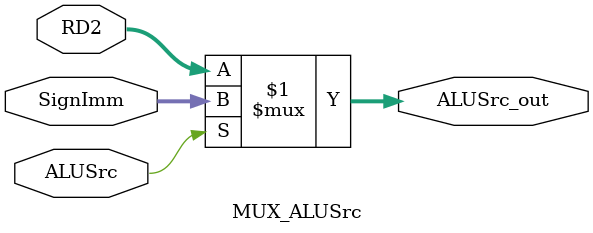
<source format=sv>
module MUX_ALUSrc(
	input logic ALUSrc,
	input logic [31:0] SignImm,
	input logic [31:0] RD2,
	output logic [31:0] ALUSrc_out
	);
	assign ALUSrc_out = ALUSrc ? SignImm : RD2;
endmodule
</source>
